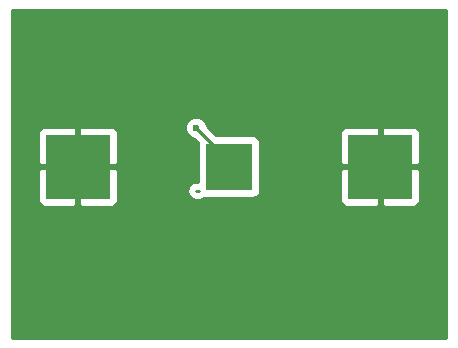
<source format=gbr>
G04 #@! TF.FileFunction,Copper,L2,Bot,Signal*
%FSLAX46Y46*%
G04 Gerber Fmt 4.6, Leading zero omitted, Abs format (unit mm)*
G04 Created by KiCad (PCBNEW 4.0.5) date 02/12/17 15:01:25*
%MOMM*%
%LPD*%
G01*
G04 APERTURE LIST*
%ADD10C,0.100000*%
%ADD11R,4.000000X4.000000*%
%ADD12R,5.500000X5.500000*%
%ADD13C,0.600000*%
%ADD14C,0.250000*%
%ADD15C,0.254000*%
G04 APERTURE END LIST*
D10*
D11*
X116840000Y-77470000D03*
D12*
X104040000Y-77470000D03*
X129640000Y-77470000D03*
D13*
X114046000Y-74168000D03*
X122174000Y-75184000D03*
X127254000Y-83312000D03*
X112014000Y-80010000D03*
D14*
X114046000Y-79502000D02*
X114300000Y-79502000D01*
X114046000Y-74168000D02*
X116840000Y-76962000D01*
X116840000Y-77470000D02*
X116840000Y-76962000D01*
X127608000Y-75438000D02*
X129640000Y-77470000D01*
D15*
G36*
X135180000Y-92000000D02*
X98500000Y-92000000D01*
X98500000Y-77755750D01*
X100655000Y-77755750D01*
X100655000Y-80346310D01*
X100751673Y-80579699D01*
X100930302Y-80758327D01*
X101163691Y-80855000D01*
X103754250Y-80855000D01*
X103913000Y-80696250D01*
X103913000Y-77597000D01*
X104167000Y-77597000D01*
X104167000Y-80696250D01*
X104325750Y-80855000D01*
X106916309Y-80855000D01*
X107149698Y-80758327D01*
X107328327Y-80579699D01*
X107425000Y-80346310D01*
X107425000Y-77755750D01*
X107266250Y-77597000D01*
X104167000Y-77597000D01*
X103913000Y-77597000D01*
X100813750Y-77597000D01*
X100655000Y-77755750D01*
X98500000Y-77755750D01*
X98500000Y-74593690D01*
X100655000Y-74593690D01*
X100655000Y-77184250D01*
X100813750Y-77343000D01*
X103913000Y-77343000D01*
X103913000Y-74243750D01*
X104167000Y-74243750D01*
X104167000Y-77343000D01*
X107266250Y-77343000D01*
X107425000Y-77184250D01*
X107425000Y-74593690D01*
X107328327Y-74360301D01*
X107321193Y-74353167D01*
X113110838Y-74353167D01*
X113252883Y-74696943D01*
X113515673Y-74960192D01*
X113859201Y-75102838D01*
X113906077Y-75102879D01*
X114206140Y-75402942D01*
X114192560Y-75470000D01*
X114192560Y-78742000D01*
X114046000Y-78742000D01*
X113755161Y-78799852D01*
X113508599Y-78964599D01*
X113343852Y-79211161D01*
X113286000Y-79502000D01*
X113343852Y-79792839D01*
X113508599Y-80039401D01*
X113755161Y-80204148D01*
X114046000Y-80262000D01*
X114300000Y-80262000D01*
X114590839Y-80204148D01*
X114748376Y-80098886D01*
X114840000Y-80117440D01*
X118840000Y-80117440D01*
X119075317Y-80073162D01*
X119291441Y-79934090D01*
X119436431Y-79721890D01*
X119487440Y-79470000D01*
X119487440Y-77755750D01*
X126255000Y-77755750D01*
X126255000Y-80346310D01*
X126351673Y-80579699D01*
X126530302Y-80758327D01*
X126763691Y-80855000D01*
X129354250Y-80855000D01*
X129513000Y-80696250D01*
X129513000Y-77597000D01*
X129767000Y-77597000D01*
X129767000Y-80696250D01*
X129925750Y-80855000D01*
X132516309Y-80855000D01*
X132749698Y-80758327D01*
X132928327Y-80579699D01*
X133025000Y-80346310D01*
X133025000Y-77755750D01*
X132866250Y-77597000D01*
X129767000Y-77597000D01*
X129513000Y-77597000D01*
X126413750Y-77597000D01*
X126255000Y-77755750D01*
X119487440Y-77755750D01*
X119487440Y-75470000D01*
X119443162Y-75234683D01*
X119304090Y-75018559D01*
X119091890Y-74873569D01*
X118840000Y-74822560D01*
X115775362Y-74822560D01*
X115546492Y-74593690D01*
X126255000Y-74593690D01*
X126255000Y-77184250D01*
X126413750Y-77343000D01*
X129513000Y-77343000D01*
X129513000Y-74243750D01*
X129767000Y-74243750D01*
X129767000Y-77343000D01*
X132866250Y-77343000D01*
X133025000Y-77184250D01*
X133025000Y-74593690D01*
X132928327Y-74360301D01*
X132749698Y-74181673D01*
X132516309Y-74085000D01*
X129925750Y-74085000D01*
X129767000Y-74243750D01*
X129513000Y-74243750D01*
X129354250Y-74085000D01*
X126763691Y-74085000D01*
X126530302Y-74181673D01*
X126351673Y-74360301D01*
X126255000Y-74593690D01*
X115546492Y-74593690D01*
X114981122Y-74028320D01*
X114981162Y-73982833D01*
X114839117Y-73639057D01*
X114576327Y-73375808D01*
X114232799Y-73233162D01*
X113860833Y-73232838D01*
X113517057Y-73374883D01*
X113253808Y-73637673D01*
X113111162Y-73981201D01*
X113110838Y-74353167D01*
X107321193Y-74353167D01*
X107149698Y-74181673D01*
X106916309Y-74085000D01*
X104325750Y-74085000D01*
X104167000Y-74243750D01*
X103913000Y-74243750D01*
X103754250Y-74085000D01*
X101163691Y-74085000D01*
X100930302Y-74181673D01*
X100751673Y-74360301D01*
X100655000Y-74593690D01*
X98500000Y-74593690D01*
X98500000Y-64210000D01*
X135180000Y-64210000D01*
X135180000Y-92000000D01*
X135180000Y-92000000D01*
G37*
X135180000Y-92000000D02*
X98500000Y-92000000D01*
X98500000Y-77755750D01*
X100655000Y-77755750D01*
X100655000Y-80346310D01*
X100751673Y-80579699D01*
X100930302Y-80758327D01*
X101163691Y-80855000D01*
X103754250Y-80855000D01*
X103913000Y-80696250D01*
X103913000Y-77597000D01*
X104167000Y-77597000D01*
X104167000Y-80696250D01*
X104325750Y-80855000D01*
X106916309Y-80855000D01*
X107149698Y-80758327D01*
X107328327Y-80579699D01*
X107425000Y-80346310D01*
X107425000Y-77755750D01*
X107266250Y-77597000D01*
X104167000Y-77597000D01*
X103913000Y-77597000D01*
X100813750Y-77597000D01*
X100655000Y-77755750D01*
X98500000Y-77755750D01*
X98500000Y-74593690D01*
X100655000Y-74593690D01*
X100655000Y-77184250D01*
X100813750Y-77343000D01*
X103913000Y-77343000D01*
X103913000Y-74243750D01*
X104167000Y-74243750D01*
X104167000Y-77343000D01*
X107266250Y-77343000D01*
X107425000Y-77184250D01*
X107425000Y-74593690D01*
X107328327Y-74360301D01*
X107321193Y-74353167D01*
X113110838Y-74353167D01*
X113252883Y-74696943D01*
X113515673Y-74960192D01*
X113859201Y-75102838D01*
X113906077Y-75102879D01*
X114206140Y-75402942D01*
X114192560Y-75470000D01*
X114192560Y-78742000D01*
X114046000Y-78742000D01*
X113755161Y-78799852D01*
X113508599Y-78964599D01*
X113343852Y-79211161D01*
X113286000Y-79502000D01*
X113343852Y-79792839D01*
X113508599Y-80039401D01*
X113755161Y-80204148D01*
X114046000Y-80262000D01*
X114300000Y-80262000D01*
X114590839Y-80204148D01*
X114748376Y-80098886D01*
X114840000Y-80117440D01*
X118840000Y-80117440D01*
X119075317Y-80073162D01*
X119291441Y-79934090D01*
X119436431Y-79721890D01*
X119487440Y-79470000D01*
X119487440Y-77755750D01*
X126255000Y-77755750D01*
X126255000Y-80346310D01*
X126351673Y-80579699D01*
X126530302Y-80758327D01*
X126763691Y-80855000D01*
X129354250Y-80855000D01*
X129513000Y-80696250D01*
X129513000Y-77597000D01*
X129767000Y-77597000D01*
X129767000Y-80696250D01*
X129925750Y-80855000D01*
X132516309Y-80855000D01*
X132749698Y-80758327D01*
X132928327Y-80579699D01*
X133025000Y-80346310D01*
X133025000Y-77755750D01*
X132866250Y-77597000D01*
X129767000Y-77597000D01*
X129513000Y-77597000D01*
X126413750Y-77597000D01*
X126255000Y-77755750D01*
X119487440Y-77755750D01*
X119487440Y-75470000D01*
X119443162Y-75234683D01*
X119304090Y-75018559D01*
X119091890Y-74873569D01*
X118840000Y-74822560D01*
X115775362Y-74822560D01*
X115546492Y-74593690D01*
X126255000Y-74593690D01*
X126255000Y-77184250D01*
X126413750Y-77343000D01*
X129513000Y-77343000D01*
X129513000Y-74243750D01*
X129767000Y-74243750D01*
X129767000Y-77343000D01*
X132866250Y-77343000D01*
X133025000Y-77184250D01*
X133025000Y-74593690D01*
X132928327Y-74360301D01*
X132749698Y-74181673D01*
X132516309Y-74085000D01*
X129925750Y-74085000D01*
X129767000Y-74243750D01*
X129513000Y-74243750D01*
X129354250Y-74085000D01*
X126763691Y-74085000D01*
X126530302Y-74181673D01*
X126351673Y-74360301D01*
X126255000Y-74593690D01*
X115546492Y-74593690D01*
X114981122Y-74028320D01*
X114981162Y-73982833D01*
X114839117Y-73639057D01*
X114576327Y-73375808D01*
X114232799Y-73233162D01*
X113860833Y-73232838D01*
X113517057Y-73374883D01*
X113253808Y-73637673D01*
X113111162Y-73981201D01*
X113110838Y-74353167D01*
X107321193Y-74353167D01*
X107149698Y-74181673D01*
X106916309Y-74085000D01*
X104325750Y-74085000D01*
X104167000Y-74243750D01*
X103913000Y-74243750D01*
X103754250Y-74085000D01*
X101163691Y-74085000D01*
X100930302Y-74181673D01*
X100751673Y-74360301D01*
X100655000Y-74593690D01*
X98500000Y-74593690D01*
X98500000Y-64210000D01*
X135180000Y-64210000D01*
X135180000Y-92000000D01*
M02*

</source>
